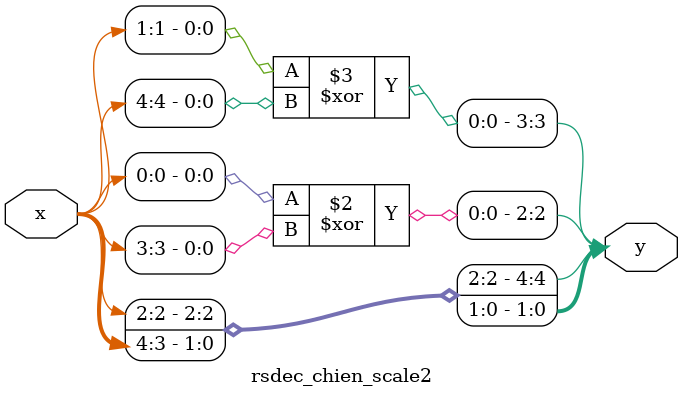
<source format=v>
module rsdec_chien_scale2 (y, x);
	input [4:0] x;
	output [4:0] y;
	reg [4:0] y;
	always @ (x)
	begin
		y[0] = x[3];
		y[1] = x[4];
		y[2] = x[0] ^ x[3];
		y[3] = x[1] ^ x[4];
		y[4] = x[2];
	end
endmodule
</source>
